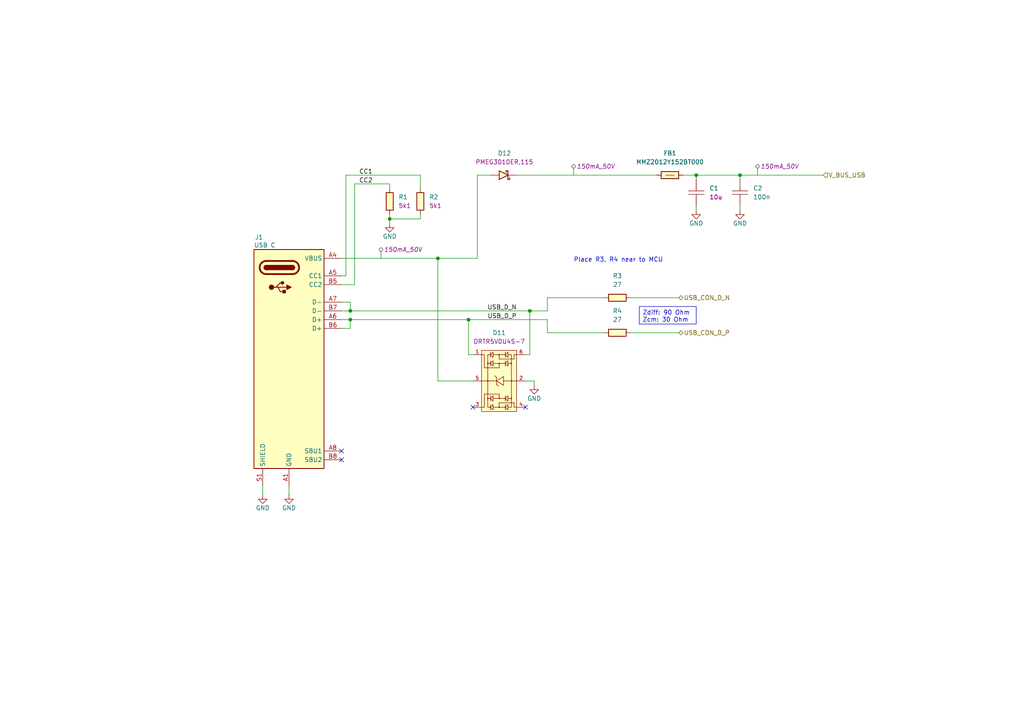
<source format=kicad_sch>
(kicad_sch (version 20231120) (generator "eeschema") (generator_version "8.0")
  (paper "A4")
  (title_block (title "Programmable Keyboard") (date "2024-04-09") (rev "2.1") (company "Kallio Designs Oy") (comment 1 "TL, NH") (comment 3 "PCB_PN"))
  (lib_symbols
    (symbol "KD_Capacitor:C_0603_100n_X7R_50V" (pin_numbers hide) (pin_names hide)
      (property "Reference" "C" (at 2.54 1.27 0))
      (property "Value" "100n" (at 2.54 -1.27 0))
      (symbol "C_0603_100n_X7R_50V_0_1"
        (polyline (pts (xy -2.286 -0.508) (xy 2.286 -0.508)))
        (polyline (pts (xy -2.286 0.508) (xy 2.286 0.508)))
        (polyline (pts (xy 0 -0.508) (xy 0 -1.016)))
        (polyline (pts (xy 0 0.508) (xy 0 1.016)))
      )
      (symbol "C_0603_100n_X7R_50V_1_1"
        (pin passive line (at 0 3.81 270) (length 2.794) (name "~") (number "1"))
        (pin passive line (at 0 -3.81 90) (length 2.794) (name "~") (number "2"))
      )
    )
    (symbol "KD_Capacitor:C_1206_10u_X7R_16V" (pin_numbers hide) (pin_names hide)
      (property "Reference" "C" (at 2.54 1.27 0))
      (property "Code" "10u" (at 2.54 -1.27 0))
      (symbol "C_1206_10u_X7R_16V_0_1"
        (polyline (pts (xy -2.286 -0.508) (xy 2.286 -0.508)))
        (polyline (pts (xy -2.286 0.508) (xy 2.286 0.508)))
        (polyline (pts (xy 0 -0.508) (xy 0 -1.016)))
        (polyline (pts (xy 0 0.508) (xy 0 1.016)))
      )
      (symbol "C_1206_10u_X7R_16V_1_1"
        (pin passive line (at 0 3.81 270) (length 2.794) (name "~") (number "1"))
        (pin passive line (at 0 -3.81 90) (length 2.794) (name "~") (number "2"))
      )
    )
    (symbol "KD_Connector_USB_HDMI_Etc:USB_C_V_GCT_USB4085-GF-A"
      (property "Reference" "J" (at -25.146 6.096 0))
      (property "Value" "USB C" (at -25.4 3.81 0))
      (symbol "USB_C_V_GCT_USB4085-GF-A_0_1"
        (rectangle (start -25.4 2.54) (end -5.08 -60.96) (stroke (width 0.254)) (fill (type background)))
        (arc (start -21.844 -2.032) (mid -22.4763 -2.667) (end -21.844 -3.302) (stroke (width 0.254)))
        (arc (start -21.844 -2.032) (mid -22.4763 -2.667) (end -21.844 -3.302) (stroke (width 0.254)) (fill (type outline)))
        (arc (start -21.844 -0.762) (mid -23.7407 -2.667) (end -21.844 -4.572) (stroke (width 0.508)))
        (circle (center -20.32 -8.382) (radius 0.635) (stroke (width 0.254)) (fill (type outline)))
        (circle (center -17.145 -7.112) (radius 0.381) (stroke (width 0.254)) (fill (type outline)))
        (rectangle (start -16.256 -9.271) (end -17.018 -10.033) (stroke (width 0.254)) (fill (type outline)))
        (arc (start -14.224 -4.572) (mid -12.3273 -2.667) (end -14.224 -0.762) (stroke (width 0.508)))
        (rectangle (start -14.224 -3.302) (end -21.844 -2.032) (stroke (width 0.254)) (fill (type outline)))
        (arc (start -14.224 -3.302) (mid -13.5917 -2.667) (end -14.224 -2.032) (stroke (width 0.254)))
        (arc (start -14.224 -3.302) (mid -13.5917 -2.667) (end -14.224 -2.032) (stroke (width 0.254)) (fill (type outline)))
        (polyline (pts (xy -21.844 -0.762) (xy -14.224 -0.762)) (stroke (width 0.508)))
        (polyline (pts (xy -18.415 -8.382) (xy -15.875 -8.382)) (stroke (width 0.254)))
        (polyline (pts (xy -14.224 -4.572) (xy -21.844 -4.572)) (stroke (width 0.508)))
        (polyline (pts (xy -19.685 -8.382) (xy -19.05 -8.382) (xy -17.78 -7.112) (xy -17.145 -7.112)) (stroke (width 0.254)))
        (polyline (pts (xy -19.05 -8.382) (xy -18.415 -8.382) (xy -17.78 -9.652) (xy -16.51 -9.652)) (stroke (width 0.254)))
        (polyline (pts (xy -15.875 -7.747) (xy -15.875 -9.017) (xy -14.605 -8.382) (xy -15.875 -7.747)) (stroke (width 0.254)) (fill (type outline)))
      )
      (symbol "USB_C_V_GCT_USB4085-GF-A_1_1"
        (pin passive line (at -15.24 -66.04 90) (length 5.08) (name "GND") (number "A1"))
        (pin passive line (at -15.24 -66.04 90) (length 5.08) hide (name "GND") (number "A12"))
        (pin passive line (at 0 0 180) (length 5.08) (name "VBUS") (number "A4"))
        (pin bidirectional line (at 0 -5.08 180) (length 5.08) (name "CC1") (number "A5"))
        (pin bidirectional line (at 0 -17.78 180) (length 5.08) (name "D+") (number "A6"))
        (pin bidirectional line (at 0 -12.7 180) (length 5.08) (name "D-") (number "A7"))
        (pin bidirectional line (at 0 -55.88 180) (length 5.08) (name "SBU1") (number "A8"))
        (pin passive line (at 0 0 180) (length 5.08) hide (name "VBUS") (number "A9"))
        (pin passive line (at -15.24 -66.04 90) (length 5.08) hide (name "GND") (number "B1"))
        (pin passive line (at -15.24 -66.04 90) (length 5.08) hide (name "GND") (number "B12"))
        (pin passive line (at 0 0 180) (length 5.08) hide (name "VBUS") (number "B4"))
        (pin bidirectional line (at 0 -7.62 180) (length 5.08) (name "CC2") (number "B5"))
        (pin bidirectional line (at 0 -20.32 180) (length 5.08) (name "D+") (number "B6"))
        (pin bidirectional line (at 0 -15.24 180) (length 5.08) (name "D-") (number "B7"))
        (pin bidirectional line (at 0 -58.42 180) (length 5.08) (name "SBU2") (number "B8"))
        (pin passive line (at 0 0 180) (length 5.08) hide (name "VBUS") (number "B9"))
        (pin passive line (at -22.86 -66.04 90) (length 5.08) (name "SHIELD") (number "S1"))
      )
    )
    (symbol "KD_Diode:Schottky_30V_1A_PMEG3010ER_115" (pin_numbers hide) (pin_names hide)
      (property "Reference" "D" (at 0 2.54 0))
      (property "Code" "PMEG3010ER,115" (at 0 -2.54 0))
      (symbol "Schottky_30V_1A_PMEG3010ER_115_0_1"
        (polyline (pts (xy -1.778 0.762) (xy -1.778 1.27) (xy -1.27 1.27) (xy -1.27 -1.27) (xy -0.762 -1.27) (xy -0.762 -0.762)) (stroke (width 0.254)))
      )
      (symbol "Schottky_30V_1A_PMEG3010ER_115_1_1"
        (polyline (pts (xy 1.27 1.27) (xy 1.27 -1.27) (xy -1.27 0) (xy 1.27 1.27)) (stroke (width 0.254)) (fill (type background)))
        (pin passive line (at -3.81 0 0) (length 2.54) (name "K") (number "1"))
        (pin passive line (at 3.81 0 180) (length 2.54) (name "A") (number "2"))
      )
    )
    (symbol "KD_Diode:TVS_5V5_DRTR5V0U4S-7-M" (pin_names hide)
      (property "Reference" "D" (at 0 10.16 0))
      (property "Code" "DRTR5V0U4S-7" (at 0 -10.16 0))
      (symbol "TVS_5V5_DRTR5V0U4S-7-M_0_1"
        (rectangle (start -5.08 8.89) (end 5.08 -8.89) (fill (type background)))
      )
      (symbol "TVS_5V5_DRTR5V0U4S-7-M_1_0"
        (polyline (pts (xy -5.08 -7.62) (xy -4.318 -7.62)))
        (polyline (pts (xy -5.08 0) (xy -3.302 0)))
        (polyline (pts (xy -5.08 7.62) (xy -4.318 7.62)))
        (polyline (pts (xy -4.318 -7.62) (xy -4.318 -3.81)))
        (polyline (pts (xy -4.318 -3.81) (xy 0 -3.81)))
        (polyline (pts (xy -4.318 3.81) (xy 0 3.81)))
        (polyline (pts (xy -4.318 7.62) (xy -4.318 3.81)))
        (polyline (pts (xy -3.302 -7.62) (xy -2.54 -7.62)))
        (polyline (pts (xy -3.302 -5.08) (xy -3.302 -7.62)))
        (polyline (pts (xy -3.302 0) (xy -3.302 -5.08)))
        (polyline (pts (xy -3.302 0) (xy -3.302 5.08)))
        (polyline (pts (xy -3.302 0) (xy -0.762 0)))
        (polyline (pts (xy -3.302 5.08) (xy -3.302 7.62)))
        (polyline (pts (xy -3.302 7.62) (xy -2.54 7.62)))
        (polyline (pts (xy -2.54 -7.62) (xy -2.54 -8.382)))
        (polyline (pts (xy -2.54 -7.62) (xy -1.778 -8.382)))
        (polyline (pts (xy -2.54 -6.858) (xy -2.54 -7.62)))
        (polyline (pts (xy -2.54 -5.08) (xy -3.302 -5.08)))
        (polyline (pts (xy -2.54 -5.08) (xy -2.54 -5.842)))
        (polyline (pts (xy -2.54 -5.08) (xy -1.778 -5.842)))
        (polyline (pts (xy -2.54 -4.318) (xy -2.54 -5.08)))
        (polyline (pts (xy -2.54 4.318) (xy -2.54 5.08)))
        (polyline (pts (xy -2.54 5.08) (xy -3.302 5.08)))
        (polyline (pts (xy -2.54 5.08) (xy -2.54 5.842)))
        (polyline (pts (xy -2.54 5.08) (xy -1.778 5.842)))
        (polyline (pts (xy -2.54 6.858) (xy -2.54 7.62)))
        (polyline (pts (xy -2.54 7.62) (xy -2.54 8.382)))
        (polyline (pts (xy -2.54 7.62) (xy -1.778 8.382)))
        (polyline (pts (xy -1.778 -8.382) (xy -1.778 -7.62)))
        (polyline (pts (xy -1.778 -7.62) (xy -1.778 -6.858)))
        (polyline (pts (xy -1.778 -6.858) (xy -2.54 -7.62)))
        (polyline (pts (xy -1.778 -5.842) (xy -1.778 -5.08)))
        (polyline (pts (xy -1.778 -5.08) (xy -1.778 -4.318)))
        (polyline (pts (xy -1.778 -5.08) (xy 1.778 -5.08)))
        (polyline (pts (xy -1.778 -4.318) (xy -2.54 -5.08)))
        (polyline (pts (xy -1.778 4.318) (xy -2.54 5.08)))
        (polyline (pts (xy -1.778 5.08) (xy -1.778 4.318)))
        (polyline (pts (xy -1.778 5.08) (xy 1.778 5.08)))
        (polyline (pts (xy -1.778 5.842) (xy -1.778 5.08)))
        (polyline (pts (xy -1.778 6.858) (xy -2.54 7.62)))
        (polyline (pts (xy -1.778 7.62) (xy -1.778 6.858)))
        (polyline (pts (xy -1.778 8.382) (xy -1.778 7.62)))
        (polyline (pts (xy -0.762 -1.016) (xy -0.254 -1.524)))
        (polyline (pts (xy -0.762 0) (xy -0.762 -1.016)))
        (polyline (pts (xy -0.762 0) (xy -0.762 1.016)))
        (polyline (pts (xy -0.762 0) (xy 1.27 -1.27)))
        (polyline (pts (xy -0.762 1.016) (xy -1.27 1.524)))
        (polyline (pts (xy 0 -7.62) (xy 0 -6.35)))
        (polyline (pts (xy 0 -6.35) (xy 4.318 -6.35)))
        (polyline (pts (xy 0 -3.81) (xy 0 -5.08)))
        (polyline (pts (xy 0 3.81) (xy 0 5.08)))
        (polyline (pts (xy 0 6.35) (xy 4.318 6.35)))
        (polyline (pts (xy 0 7.62) (xy 0 6.35)))
        (polyline (pts (xy 1.27 -1.27) (xy 1.27 0)))
        (polyline (pts (xy 1.27 0) (xy 1.27 1.27)))
        (polyline (pts (xy 1.27 0) (xy 3.556 0)))
        (polyline (pts (xy 1.27 1.27) (xy -0.762 0)))
        (polyline (pts (xy 1.778 -7.62) (xy -1.778 -7.62)))
        (polyline (pts (xy 1.778 -7.62) (xy 1.778 -8.382)))
        (polyline (pts (xy 1.778 -7.62) (xy 2.54 -8.382)))
        (polyline (pts (xy 1.778 -6.858) (xy 1.778 -7.62)))
        (polyline (pts (xy 1.778 -5.08) (xy 1.778 -5.842)))
        (polyline (pts (xy 1.778 -5.08) (xy 2.54 -5.842)))
        (polyline (pts (xy 1.778 -4.318) (xy 1.778 -5.08)))
        (polyline (pts (xy 1.778 4.318) (xy 1.778 5.08)))
        (polyline (pts (xy 1.778 5.08) (xy 1.778 5.842)))
        (polyline (pts (xy 1.778 5.08) (xy 2.54 5.842)))
        (polyline (pts (xy 1.778 6.858) (xy 1.778 7.62)))
        (polyline (pts (xy 1.778 7.62) (xy -1.778 7.62)))
        (polyline (pts (xy 1.778 7.62) (xy 1.778 8.382)))
        (polyline (pts (xy 1.778 7.62) (xy 2.54 8.382)))
        (polyline (pts (xy 2.54 -8.382) (xy 2.54 -7.62)))
        (polyline (pts (xy 2.54 -7.62) (xy 2.54 -6.858)))
        (polyline (pts (xy 2.54 -7.62) (xy 3.556 -7.62)))
        (polyline (pts (xy 2.54 -6.858) (xy 1.778 -7.62)))
        (polyline (pts (xy 2.54 -5.842) (xy 2.54 -5.08)))
        (polyline (pts (xy 2.54 -5.08) (xy 2.54 -4.318)))
        (polyline (pts (xy 2.54 -5.08) (xy 3.556 -5.08)))
        (polyline (pts (xy 2.54 -4.318) (xy 1.778 -5.08)))
        (polyline (pts (xy 2.54 4.318) (xy 1.778 5.08)))
        (polyline (pts (xy 2.54 5.08) (xy 2.54 4.318)))
        (polyline (pts (xy 2.54 5.08) (xy 3.556 5.08)))
        (polyline (pts (xy 2.54 5.842) (xy 2.54 5.08)))
        (polyline (pts (xy 2.54 6.858) (xy 1.778 7.62)))
        (polyline (pts (xy 2.54 7.62) (xy 2.54 6.858)))
        (polyline (pts (xy 2.54 7.62) (xy 3.556 7.62)))
        (polyline (pts (xy 2.54 8.382) (xy 2.54 7.62)))
        (polyline (pts (xy 3.556 -7.62) (xy 3.556 -5.08)))
        (polyline (pts (xy 3.556 -5.08) (xy 3.556 0)))
        (polyline (pts (xy 3.556 0) (xy 5.08 0)))
        (polyline (pts (xy 3.556 5.08) (xy 3.556 0)))
        (polyline (pts (xy 3.556 7.62) (xy 3.556 5.08)))
        (polyline (pts (xy 4.318 -7.62) (xy 5.08 -7.62)))
        (polyline (pts (xy 4.318 -6.35) (xy 4.318 -7.62)))
        (polyline (pts (xy 4.318 6.35) (xy 4.318 7.62)))
        (polyline (pts (xy 4.318 7.62) (xy 5.08 7.62)))
      )
      (symbol "TVS_5V5_DRTR5V0U4S-7-M_1_1"
        (circle (center -3.302 -5.08) (radius 0.127) (fill (type outline)))
        (circle (center -3.302 0) (radius 0.127) (fill (type outline)))
        (circle (center -3.302 5.08) (radius 0.127) (fill (type outline)))
        (circle (center 0 -7.62) (radius 0.127) (fill (type outline)))
        (circle (center 0 -5.08) (radius 0.127) (fill (type outline)))
        (circle (center 0 5.08) (radius 0.127) (fill (type outline)))
        (circle (center 0 7.62) (radius 0.127) (fill (type outline)))
        (circle (center 3.556 -5.08) (radius 0.127) (fill (type outline)))
        (circle (center 3.556 0) (radius 0.127) (fill (type outline)))
        (circle (center 3.556 5.08) (radius 0.127) (fill (type outline)))
        (pin input line (at -7.62 7.62 0) (length 2.54) (name "1") (number "1"))
        (pin input line (at 7.62 0 180) (length 2.54) (name "V-") (number "2"))
        (pin input line (at -7.62 -7.62 0) (length 2.54) (name "3") (number "3"))
        (pin input line (at 7.62 -7.62 180) (length 2.54) (name "4") (number "4"))
        (pin input line (at -7.62 0 0) (length 2.54) (name "V+") (number "5"))
        (pin input line (at 7.62 7.62 180) (length 2.54) (name "6") (number "6"))
      )
    )
    (symbol "KD_Inductor:Ferrite_500mA_TDK_MMZ2012Y152BT000" (pin_numbers hide) (pin_names hide)
      (property "Reference" "FB" (at 2.54 1.27 0))
      (property "Value" "MMZ2012Y152BT000" (at 2.54 -1.27 0))
      (symbol "Ferrite_500mA_TDK_MMZ2012Y152BT000_0_1"
        (polyline (pts (xy 0 1.27) (xy 0 -1.27)))
      )
      (symbol "Ferrite_500mA_TDK_MMZ2012Y152BT000_1_1"
        (rectangle (start -1.016 2.54) (end 1.016 -2.54) (stroke (width 0.254)) (fill (type background)))
        (pin passive line (at 0 3.81 270) (length 1.27) (name "~") (number "1"))
        (pin passive line (at 0 -3.81 90) (length 1.27) (name "~") (number "2"))
      )
    )
    (symbol "KD_Resistor:R_0603_27_1%" (pin_numbers hide) (pin_names hide)
      (property "Reference" "R" (at 2.032 1.27 0))
      (property "Value" "27" (at 2.032 -1.27 0))
      (symbol "R_0603_27_1%_0_1"
        (rectangle (start -1.016 -2.54) (end 1.016 2.54) (stroke (width 0.254)) (fill (type background)))
      )
      (symbol "R_0603_27_1%_1_1"
        (pin passive line (at 0 3.81 270) (length 1.27) (name "~") (number "1"))
        (pin passive line (at 0 -3.81 90) (length 1.27) (name "~") (number "2"))
      )
    )
    (symbol "KD_Resistor:R_0603_5100_1%" (pin_numbers hide) (pin_names hide)
      (property "Reference" "R" (at 1.905 1.27 0))
      (property "Code" "5k1" (at 1.905 -1.27 0))
      (symbol "R_0603_5100_1%_0_1"
        (rectangle (start -1.016 -2.54) (end 1.016 2.54) (stroke (width 0.254)) (fill (type background)))
      )
      (symbol "R_0603_5100_1%_1_1"
        (pin passive line (at 0 3.81 270) (length 1.27) (name "~") (number "1"))
        (pin passive line (at 0 -3.81 90) (length 1.27) (name "~") (number "2"))
      )
    )
    (symbol "power:GND" (power) (pin_numbers hide) (pin_names (offset 0) hide)
      (property "Value" "GND" (at 0 -3.81 0))
      (symbol "GND_0_1"
        (polyline (pts (xy 0 0) (xy 0 -1.27) (xy 1.27 -1.27) (xy 0 -2.54) (xy -1.27 -1.27) (xy 0 -1.27)))
      )
      (symbol "GND_1_1"
        (pin power_in line (at 0 0 270) (length 0) (name "~") (number "1"))
      )
    )
  )
  (junction (at 101.6 90.17))
  (junction (at 214.63 50.8))
  (junction (at 113.03 63.5))
  (junction (at 101.6 92.71))
  (junction (at 201.93 50.8))
  (junction (at 153.67 90.17))
  (junction (at 127 74.93))
  (junction (at 135.89 92.71))
  (no_connect (at 99.06 130.81))
  (no_connect (at 152.4 118.11))
  (no_connect (at 99.06 133.35))
  (no_connect (at 137.16 118.11))
  (wire (pts (xy 121.92 50.8) (xy 121.92 54.61)))
  (wire (pts (xy 127 74.93) (xy 138.43 74.93)))
  (wire (pts (xy 127 110.49) (xy 127 74.93)))
  (wire (pts (xy 102.87 53.34) (xy 113.03 53.34)))
  (wire (pts (xy 100.33 50.8) (xy 121.92 50.8)))
  (wire (pts (xy 113.03 62.23) (xy 113.03 63.5)))
  (wire (pts (xy 137.16 102.87) (xy 135.89 102.87)))
  (wire (pts (xy 149.86 50.8) (xy 190.5 50.8)))
  (wire (pts (xy 101.6 90.17) (xy 153.67 90.17)))
  (wire (pts (xy 99.06 82.55) (xy 102.87 82.55)))
  (wire (pts (xy 138.43 50.8) (xy 142.24 50.8)))
  (wire (pts (xy 121.92 63.5) (xy 113.03 63.5)))
  (wire (pts (xy 182.88 96.52) (xy 196.85 96.52)))
  (wire (pts (xy 135.89 92.71) (xy 158.75 92.71)))
  (wire (pts (xy 76.2 140.97) (xy 76.2 143.51)))
  (wire (pts (xy 101.6 92.71) (xy 135.89 92.71)))
  (wire (pts (xy 158.75 92.71) (xy 158.75 96.52)))
  (wire (pts (xy 100.33 50.8) (xy 100.33 80.01)))
  (wire (pts (xy 83.82 140.97) (xy 83.82 143.51)))
  (wire (pts (xy 101.6 87.63) (xy 101.6 90.17)))
  (wire (pts (xy 99.06 95.25) (xy 101.6 95.25)))
  (wire (pts (xy 201.93 50.8) (xy 214.63 50.8)))
  (wire (pts (xy 113.03 53.34) (xy 113.03 54.61)))
  (wire (pts (xy 135.89 92.71) (xy 135.89 102.87)))
  (wire (pts (xy 99.06 74.93) (xy 127 74.93)))
  (wire (pts (xy 154.94 110.49) (xy 154.94 111.76)))
  (wire (pts (xy 198.12 50.8) (xy 201.93 50.8)))
  (wire (pts (xy 99.06 87.63) (xy 101.6 87.63)))
  (wire (pts (xy 152.4 102.87) (xy 153.67 102.87)))
  (wire (pts (xy 101.6 95.25) (xy 101.6 92.71)))
  (wire (pts (xy 102.87 82.55) (xy 102.87 53.34)))
  (wire (pts (xy 153.67 90.17) (xy 153.67 102.87)))
  (wire (pts (xy 152.4 110.49) (xy 154.94 110.49)))
  (wire (pts (xy 214.63 50.8) (xy 238.76 50.8)))
  (wire (pts (xy 201.93 59.69) (xy 201.93 60.96)))
  (wire (pts (xy 99.06 90.17) (xy 101.6 90.17)))
  (wire (pts (xy 137.16 110.49) (xy 127 110.49)))
  (wire (pts (xy 121.92 62.23) (xy 121.92 63.5)))
  (wire (pts (xy 214.63 52.07) (xy 214.63 50.8)))
  (wire (pts (xy 214.63 59.69) (xy 214.63 60.96)))
  (wire (pts (xy 113.03 63.5) (xy 113.03 64.77)))
  (wire (pts (xy 153.67 90.17) (xy 158.75 90.17)))
  (wire (pts (xy 175.26 86.36) (xy 158.75 86.36)))
  (wire (pts (xy 99.06 92.71) (xy 101.6 92.71)))
  (wire (pts (xy 182.88 86.36) (xy 196.85 86.36)))
  (wire (pts (xy 201.93 50.8) (xy 201.93 52.07)))
  (wire (pts (xy 99.06 80.01) (xy 100.33 80.01)))
  (wire (pts (xy 138.43 50.8) (xy 138.43 74.93)))
  (wire (pts (xy 158.75 96.52) (xy 175.26 96.52)))
  (wire (pts (xy 158.75 86.36) (xy 158.75 90.17)))
  (text_box "Zdiff: 90 Ohm\nZcm: 30 Ohm" (at 185.42 88.9 0) (size 16.51 5.08) (effects (font (size 1.27 1.27)) (justify left top)))
  (text "Place R3, R4 near to MCU" (at 166.37 76.2 0) (effects (font (size 1.27 1.27)) (justify left bottom)))
  (label "CC2" (at 104.14 53.34 0))
  (label "USB_D_P" (at 149.86 92.71 180))
  (label "USB_D_N" (at 149.86 90.17 180))
  (label "CC1" (at 104.14 50.8 0))
  (hierarchical_label "USB_CON_D_N" (shape bidirectional) (at 196.85 86.36 0))
  (hierarchical_label "USB_CON_D_P" (shape bidirectional) (at 196.85 96.52 0))
  (hierarchical_label "V_BUS_USB" (shape input) (at 238.76 50.8 0))
  (netclass_flag "" (length 2.54) (shape round) (at 110.49 74.93 0) (property "Netclass" "150mA_50V" (at 111.379 72.39 0) (effects (font (italic yes)) (justify left))))
  (netclass_flag "" (length 2.54) (shape round) (at 166.37 50.8 0) (property "Netclass" "150mA_50V" (at 167.259 48.26 0) (effects (font (italic yes)) (justify left))))
  (netclass_flag "" (length 2.54) (shape round) (at 219.71 50.8 0) (property "Netclass" "150mA_50V" (at 220.599 48.26 0) (effects (font (italic yes)) (justify left))))
  (symbol (lib_id "KD_Resistor:R_0603_27_1%") (at 179.07 96.52 90) (unit 1)
    (property "Reference" "R4" (at 179.07 90.17 90))
    (property "Value" "27" (at 179.07 92.71 90))
    (property "Footprint" "KD_Resistor:RESC1608X55N" (effects (hide yes)))
    (property "Datasheet" "https://www.bourns.com/docs/product-datasheets/cr.pdf?sfvrsn=574d41f6_14" (effects (hide yes)))
    (property "Description" "RES SMD 27 OHM 1% 1/10W 0603" (effects (hide yes)))
    (property "Manufacturer" "Bourns Inc." (effects (hide yes)))
    (property "MFG_PartNo" "CR0603-FX-27R0ELF" (effects (hide yes)))
    (property "Supplier" "Digi-Key" (effects (hide yes)))
    (property "Supplier_PartNo" "CR0603-FX-27R0ELFCT-ND" (effects (hide yes)))
    (property "DNP" "F" (effects (hide yes)))
    (property "Price" "0.02" (effects (hide yes)))
  )
  (symbol (lib_id "KD_Resistor:R_0603_5100_1%") (at 113.03 58.42 0) (unit 1)
    (property "Reference" "R1" (at 115.57 57.1499 0) (effects (justify left)))
    (property "Value" "R_0603_5100_1%" (effects (hide yes)))
    (property "Footprint" "KD_Resistor:RESC1608X55N" (effects (hide yes)))
    (property "Datasheet" "https://www.seielect.com/catalog/sei-rmcf_rmcp.pdf" (effects (hide yes)))
    (property "Description" "RES 5.1K OHM 5% 1/10W 0603" (effects (hide yes)))
    (property "Code" "5k1" (at 115.57 59.6899 0) (effects (justify left)))
    (property "Manufacturer" "Stackpole Electronics Inc" (effects (hide yes)))
    (property "MFG_PartNo" "RMCF0603JT5K10" (effects (hide yes)))
    (property "Supplier" "Digi-Key" (effects (hide yes)))
    (property "Supplier_PartNo" "RMCF0603JT5K10CT-ND" (effects (hide yes)))
    (property "DNP" "F" (effects (hide yes)))
    (property "Price" "0.01" (effects (hide yes)))
  )
  (symbol (lib_id "KD_Capacitor:C_1206_10u_X7R_16V") (at 201.93 55.88 0) (unit 1)
    (property "Reference" "C1" (at 205.74 54.6099 0) (effects (justify left)))
    (property "Value" "10u" (effects (hide yes)))
    (property "Footprint" "KD_Capacitor:CAPC3216X150N" (effects (hide yes)))
    (property "Datasheet" "https://www.samsungsem.com/kr/support/product-search/mlcc/CL31B106MOHNNNE.jsp" (effects (hide yes)))
    (property "Description" "Capacitor" (effects (hide yes)))
    (property "Manufacturer" "Samsung Electro-Mechanics" (effects (hide yes)))
    (property "MFG_PartNo" "CL31B106MOHNNNE" (effects (hide yes)))
    (property "Supplier" "Digi-Key" (effects (hide yes)))
    (property "Supplier_PartNo" "1276-6641-1-ND" (effects (hide yes)))
    (property "DNP" "F" (effects (hide yes)))
    (property "Price" "0.10" (effects (hide yes)))
    (property "Code" "10u" (at 205.74 57.1499 0) (effects (justify left)))
  )
  (symbol (lib_id "power:GND") (at 113.03 64.77 0) (unit 1)
    (property "Reference" "#PWR03" (effects (hide yes)))
    (property "Value" "GND" (at 113.03 68.58 0))
    (property "Description" "Power symbol creates a global label with name \"GND\" , ground" (effects (hide yes)))
  )
  (symbol (lib_id "KD_Diode:TVS_5V5_DRTR5V0U4S-7-M") (at 144.78 110.49 0) (unit 1)
    (property "Reference" "D11" (at 144.78 96.52 0))
    (property "Value" "TVS_5V5_DRTR5V0U4S-7-M" (effects (hide yes)))
    (property "Footprint" "KD_Package_TO_SOT_SMD:SOT-363_SC-70-6" (effects (hide yes)))
    (property "Datasheet" "https://www.diodes.com/assets/Datasheets/DRTR5V0U4S.pdf" (effects (hide yes)))
    (property "Description" "TVS DIODE 5.5VWM SOT363" (effects (hide yes)))
    (property "Code" "DRTR5V0U4S-7" (at 144.78 99.06 0))
    (property "Manufacturer" "Diodes Incorporated" (effects (hide yes)))
    (property "MFG_PartNo" "DRTR5V0U4S-7" (effects (hide yes)))
    (property "Supplier" "Digi-Key" (effects (hide yes)))
    (property "Supplier_PartNo" "DRTR5V0U4S-7DICT-ND" (effects (hide yes)))
    (property "DNP" "F" (effects (hide yes)))
    (property "Price" "0.30" (effects (hide yes)))
  )
  (symbol (lib_id "power:GND") (at 83.82 143.51 0) (unit 1)
    (property "Reference" "#PWR02" (effects (hide yes)))
    (property "Value" "GND" (at 83.82 147.32 0))
    (property "Description" "Power symbol creates a global label with name \"GND\" , ground" (effects (hide yes)))
  )
  (symbol (lib_id "power:GND") (at 76.2 143.51 0) (unit 1)
    (property "Reference" "#PWR01" (effects (hide yes)))
    (property "Value" "GND" (at 76.2 147.32 0))
    (property "Description" "Power symbol creates a global label with name \"GND\" , ground" (effects (hide yes)))
  )
  (symbol (lib_id "power:GND") (at 154.94 111.76 0) (unit 1)
    (property "Reference" "#PWR04" (effects (hide yes)))
    (property "Value" "GND" (at 154.94 115.57 0))
    (property "Description" "Power symbol creates a global label with name \"GND\" , ground" (effects (hide yes)))
  )
  (symbol (lib_id "KD_Inductor:Ferrite_500mA_TDK_MMZ2012Y152BT000") (at 194.31 50.8 90) (unit 1)
    (property "Reference" "FB1" (at 194.31 44.45 90))
    (property "Value" "MMZ2012Y152BT000" (at 194.31 46.99 90))
    (property "Footprint" "KD_Inductor:INDC2016X100N" (effects (hide yes)))
    (property "Datasheet" "https://product.tdk.com/en/system/files?file=dam/doc/product/emc/emc/beads/catalog/beads_commercial_signal_mmz2012_en.pdf" (effects (hide yes)))
    (property "Description" "FERRITE BEAD 1.5 KOHM 0805 1LN" (effects (hide yes)))
    (property "Manufacturer" "Abracon LLC" (effects (hide yes)))
    (property "MFG_PartNo" "MMZ2012Y152BT000" (effects (hide yes)))
    (property "Supplier" "Digi-Key" (effects (hide yes)))
    (property "Supplier_PartNo" "445-MMZ2012Y152BT000CT-ND" (effects (hide yes)))
    (property "DNP" "F" (effects (hide yes)))
    (property "Price" "0.10" (effects (hide yes)))
  )
  (symbol (lib_id "KD_Diode:Schottky_30V_1A_PMEG3010ER_115") (at 146.05 50.8 180) (unit 1)
    (property "Reference" "D12" (at 146.304 44.45 0))
    (property "Value" "Schottky_30V_1A_PMEG3010ER_115" (effects (hide yes)))
    (property "Footprint" "KD_Diode:DIOC360X180X150_SOD123" (effects (hide yes)))
    (property "Datasheet" "https://assets.nexperia.com/documents/data-sheet/PMEG3010ER.pdf" (effects (hide yes)))
    (property "Description" "DIODE SCHOTTKY 30V 1A SOD123W" (effects (hide yes)))
    (property "Code" "PMEG3010ER,115" (at 146.304 46.99 0))
    (property "Manufacturer" "Nexperia USA Inc." (effects (hide yes)))
    (property "MFG_PartNo" "PMEG3010ER,115" (effects (hide yes)))
    (property "Supplier" "Digi-Key" (effects (hide yes)))
    (property "Supplier_PartNo" "1727-5201-1-ND" (effects (hide yes)))
    (property "DNP" "F" (effects (hide yes)))
    (property "Price" "0.3" (effects (hide yes)))
  )
  (symbol (lib_id "KD_Capacitor:C_0603_100n_X7R_50V") (at 214.63 55.88 0) (unit 1)
    (property "Reference" "C2" (at 218.44 54.6099 0) (effects (justify left)))
    (property "Value" "100n" (at 218.44 57.1499 0) (effects (justify left)))
    (property "Footprint" "KD_Capacitor:CAPC1608X90N" (effects (hide yes)))
    (property "Datasheet" "https://mm.digikey.com/Volume0/opasdata/d220001/medias/docus/658/CL10B104KB8NNWC_Spec.pdf" (effects (hide yes)))
    (property "Description" "CAP CER 0.1UF 50V X7R 0603" (effects (hide yes)))
    (property "Manufacturer" "Samsung" (effects (hide yes)))
    (property "MFG_PartNo" "CL10B104KB8NNWC" (effects (hide yes)))
    (property "Supplier" "Digi-Key" (effects (hide yes)))
    (property "Supplier_PartNo" "1276-1935-1-ND" (effects (hide yes)))
    (property "DNP" "F" (effects (hide yes)))
    (property "Price" "0.01" (effects (hide yes)))
  )
  (symbol (lib_id "power:GND") (at 214.63 60.96 0) (unit 1)
    (property "Reference" "#PWR06" (effects (hide yes)))
    (property "Value" "GND" (at 214.63 64.77 0))
    (property "Description" "Power symbol creates a global label with name \"GND\" , ground" (effects (hide yes)))
  )
  (symbol (lib_id "KD_Resistor:R_0603_5100_1%") (at 121.92 58.42 0) (unit 1)
    (property "Reference" "R2" (at 124.46 57.1499 0) (effects (justify left)))
    (property "Value" "R_0603_5100_1%" (effects (hide yes)))
    (property "Footprint" "KD_Resistor:RESC1608X55N" (effects (hide yes)))
    (property "Datasheet" "https://www.seielect.com/catalog/sei-rmcf_rmcp.pdf" (effects (hide yes)))
    (property "Description" "RES 5.1K OHM 5% 1/10W 0603" (effects (hide yes)))
    (property "Code" "5k1" (at 124.46 59.6899 0) (effects (justify left)))
    (property "Manufacturer" "Stackpole Electronics Inc" (effects (hide yes)))
    (property "MFG_PartNo" "RMCF0603JT5K10" (effects (hide yes)))
    (property "Supplier" "Digi-Key" (effects (hide yes)))
    (property "Supplier_PartNo" "RMCF0603JT5K10CT-ND" (effects (hide yes)))
    (property "DNP" "F" (effects (hide yes)))
    (property "Price" "0.01" (effects (hide yes)))
  )
  (symbol (lib_id "power:GND") (at 201.93 60.96 0) (unit 1)
    (property "Reference" "#PWR05" (effects (hide yes)))
    (property "Value" "GND" (at 201.93 64.77 0))
    (property "Description" "Power symbol creates a global label with name \"GND\" , ground" (effects (hide yes)))
  )
  (symbol (lib_id "KD_Resistor:R_0603_27_1%") (at 179.07 86.36 90) (unit 1)
    (property "Reference" "R3" (at 179.07 80.01 90))
    (property "Value" "27" (at 179.07 82.55 90))
    (property "Footprint" "KD_Resistor:RESC1608X55N" (effects (hide yes)))
    (property "Datasheet" "https://www.bourns.com/docs/product-datasheets/cr.pdf?sfvrsn=574d41f6_14" (effects (hide yes)))
    (property "Description" "RES SMD 27 OHM 1% 1/10W 0603" (effects (hide yes)))
    (property "Manufacturer" "Bourns Inc." (effects (hide yes)))
    (property "MFG_PartNo" "CR0603-FX-27R0ELF" (effects (hide yes)))
    (property "Supplier" "Digi-Key" (effects (hide yes)))
    (property "Supplier_PartNo" "CR0603-FX-27R0ELFCT-ND" (effects (hide yes)))
    (property "DNP" "F" (effects (hide yes)))
    (property "Price" "0.02" (effects (hide yes)))
  )
  (symbol (lib_id "KD_Connector_USB_HDMI_Etc:USB_C_V_GCT_USB4085-GF-A") (at 99.06 74.93 0) (unit 1)
    (property "Reference" "J1" (at 73.914 68.834 0) (effects (justify left)))
    (property "Value" "USB C" (at 73.66 71.12 0) (effects (justify left)))
    (property "Footprint" "KD_Connector_USB_HDMI_Etc:USB_C_Receptacle_GCT_USB4085" (effects (hide yes)))
    (property "Datasheet" "https://gct.co/files/drawings/usb4085.pdf" (effects (hide yes)))
    (property "Description" "CONN RCPT USB2.0 TYPE C 16+8POS" (effects (hide yes)))
    (property "Manufacturer" "GCT" (effects (hide yes)))
    (property "MFG_PartNo" "USB4085-GF-A" (effects (hide yes)))
    (property "Supplier" "Digi-Key" (effects (hide yes)))
    (property "Supplier_PartNo" "2073-USB4085-GF-ACT-ND" (effects (hide yes)))
    (property "DNP" "F" (effects (hide yes)))
    (property "Price" "0.85" (effects (hide yes)))
  )
)
</source>
